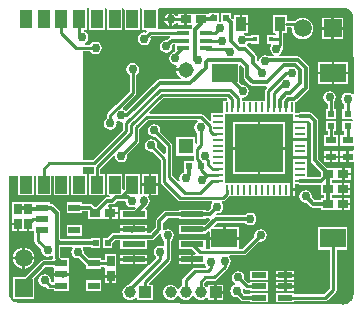
<source format=gtl>
G04*
G04 #@! TF.GenerationSoftware,Altium Limited,Altium Designer,18.0.9 (584)*
G04*
G04 Layer_Physical_Order=1*
G04 Layer_Color=255*
%FSLAX25Y25*%
%MOIN*%
G70*
G01*
G75*
%ADD14C,0.01000*%
%ADD16R,0.08622X0.06299*%
%ADD17R,0.01575X0.01575*%
%ADD18R,0.03543X0.02756*%
%ADD19R,0.03543X0.02362*%
%ADD20R,0.02362X0.01968*%
%ADD21R,0.04800X0.02000*%
%ADD22R,0.02756X0.03543*%
%ADD23R,0.04400X0.01400*%
%ADD24R,0.01968X0.02362*%
%ADD25R,0.03937X0.02362*%
%ADD26R,0.07800X0.02100*%
%ADD27R,0.03937X0.05906*%
%ADD28R,0.01102X0.03347*%
%ADD29R,0.03347X0.01102*%
%ADD30R,0.16142X0.16142*%
%ADD31R,0.03600X0.04800*%
%ADD56C,0.01200*%
%ADD57C,0.05150*%
%ADD58R,0.05150X0.05150*%
%ADD59R,0.03937X0.03937*%
%ADD60C,0.03937*%
%ADD61C,0.05906*%
%ADD62R,0.05906X0.05906*%
%ADD63R,0.05906X0.05906*%
%ADD64C,0.03000*%
G36*
X213013Y199339D02*
X213645Y199077D01*
X214213Y198697D01*
X214697Y198213D01*
X215077Y197645D01*
X215339Y197013D01*
X215472Y196342D01*
Y196067D01*
X215469Y196035D01*
X215471Y196024D01*
X215422Y195779D01*
X215422Y195722D01*
X215472Y195468D01*
X215488Y170705D01*
X215132Y170561D01*
X214988Y170531D01*
X214319Y170978D01*
X213500Y171141D01*
X212681Y170978D01*
X211986Y170514D01*
X211522Y169819D01*
X211359Y169000D01*
X211522Y168181D01*
X211986Y167486D01*
X212379Y167224D01*
Y165553D01*
X211719D01*
Y162384D01*
X215140D01*
X215358Y161916D01*
X214994Y161616D01*
X211719D01*
Y158447D01*
X212379D01*
Y157037D01*
X211128D01*
Y153475D01*
X215499D01*
X215500Y151879D01*
X215147Y151525D01*
X213900D01*
Y149744D01*
Y147963D01*
X215503D01*
X215531Y104122D01*
X215529Y104103D01*
X215488Y103951D01*
X215465Y103621D01*
X215354Y103052D01*
X215164Y102531D01*
X214896Y102047D01*
X214555Y101610D01*
X214150Y101231D01*
X213691Y100921D01*
X213189Y100686D01*
X212923Y100609D01*
X212770Y100529D01*
X212725Y100529D01*
X212605Y100506D01*
X212483Y100511D01*
X212416Y100501D01*
X212281Y100485D01*
X212145Y100475D01*
X212009Y100469D01*
X212007D01*
X211976Y100472D01*
X211964Y100470D01*
X211731Y100518D01*
X104571Y101028D01*
X104539Y101030D01*
X104526Y101029D01*
X104278Y101078D01*
X104276Y101078D01*
X104274Y101078D01*
X104218Y101078D01*
X103968Y101028D01*
X103658D01*
X102987Y101161D01*
X102355Y101423D01*
X101787Y101803D01*
X101303Y102287D01*
X100923Y102855D01*
X100661Y103487D01*
X100528Y104158D01*
Y104500D01*
Y143350D01*
X103762D01*
Y136888D01*
X108899D01*
Y143350D01*
X109668D01*
Y136888D01*
X114805D01*
Y143350D01*
X115573D01*
Y136888D01*
X120710D01*
Y143350D01*
X121479D01*
Y136888D01*
X126616D01*
Y143994D01*
X125505D01*
X125152Y144348D01*
X125156Y146378D01*
X128677D01*
X128831Y146190D01*
X128831Y146190D01*
Y143994D01*
X127384D01*
Y136888D01*
X132521D01*
Y143994D01*
X131074D01*
Y145725D01*
X135398Y150049D01*
X135892Y149836D01*
X136022Y149181D01*
X136486Y148486D01*
X137181Y148022D01*
X138000Y147859D01*
X138819Y148022D01*
X139514Y148486D01*
X139978Y149181D01*
X140141Y150000D01*
X140049Y150463D01*
X143793Y154207D01*
X143793Y154207D01*
X144036Y154571D01*
X144122Y155000D01*
X144122Y155000D01*
Y159035D01*
X146965Y161878D01*
X163380D01*
X163531Y161378D01*
X162986Y161014D01*
X162522Y160319D01*
X162359Y159500D01*
X162522Y158681D01*
X162986Y157986D01*
X163378Y157724D01*
Y154134D01*
X163175Y153978D01*
X162675Y154224D01*
Y156380D01*
X156325D01*
Y150030D01*
X162278D01*
Y148923D01*
X162278Y148923D01*
X162321Y148709D01*
X161962Y148294D01*
X161935Y148281D01*
X158979D01*
Y144719D01*
X158601Y144425D01*
X157986Y144014D01*
X157522Y143319D01*
X157359Y142500D01*
X157499Y141794D01*
X157097Y141503D01*
X157087Y141499D01*
X155122Y143465D01*
Y153500D01*
X155122Y153500D01*
X155036Y153929D01*
X154793Y154293D01*
X154793Y154293D01*
X151049Y158037D01*
X151141Y158500D01*
X150978Y159319D01*
X150514Y160014D01*
X149819Y160478D01*
X149000Y160641D01*
X148181Y160478D01*
X147486Y160014D01*
X147022Y159319D01*
X146859Y158500D01*
X147022Y157681D01*
X147486Y156986D01*
X148181Y156522D01*
X149000Y156359D01*
X149463Y156451D01*
X152878Y153035D01*
Y150861D01*
X152417Y150670D01*
X150049Y153037D01*
X150141Y153500D01*
X149978Y154319D01*
X149514Y155014D01*
X148819Y155478D01*
X148000Y155641D01*
X147181Y155478D01*
X146486Y155014D01*
X146022Y154319D01*
X145859Y153500D01*
X146022Y152681D01*
X146486Y151986D01*
X147181Y151522D01*
X148000Y151359D01*
X148463Y151451D01*
X151278Y148635D01*
Y141337D01*
X151278Y141337D01*
X151364Y140908D01*
X151607Y140544D01*
X156944Y135207D01*
X157308Y134964D01*
X157737Y134878D01*
X157737Y134878D01*
X168200D01*
X168395Y134378D01*
X168022Y133819D01*
X167859Y133000D01*
X167927Y132657D01*
X166993Y131723D01*
X166200D01*
Y132150D01*
X157200D01*
Y131723D01*
X153000D01*
X152532Y131630D01*
X152135Y131365D01*
X149865Y129095D01*
X149600Y128698D01*
X149506Y128230D01*
Y126167D01*
X147653Y124313D01*
X146800D01*
Y125100D01*
X137800D01*
Y124313D01*
X135590D01*
X135122Y124220D01*
X134725Y123955D01*
X133551Y122781D01*
X131916D01*
Y119219D01*
X135084D01*
Y120854D01*
X136097Y121867D01*
X137800D01*
Y118850D01*
X146800D01*
Y121867D01*
X148160D01*
X148628Y121960D01*
X149025Y122225D01*
X150985Y124185D01*
X151446Y123939D01*
X151359Y123500D01*
X151522Y122681D01*
X151986Y121986D01*
X152478Y121657D01*
Y120068D01*
X152038Y119832D01*
X151819Y119978D01*
X151000Y120141D01*
X150181Y119978D01*
X149486Y119514D01*
X149022Y118819D01*
X148859Y118000D01*
X149022Y117181D01*
X149486Y116486D01*
X149550Y116443D01*
X149599Y115945D01*
X147156Y113502D01*
X146800Y113853D01*
X146800Y114349D01*
Y115100D01*
X142700D01*
Y113850D01*
X146300D01*
X146797Y113850D01*
X147148Y113494D01*
X140706Y107052D01*
X140330Y107002D01*
X139705Y106744D01*
X139168Y106332D01*
X138756Y105795D01*
X138498Y105171D01*
X138409Y104500D01*
X138498Y103830D01*
X138756Y103205D01*
X139168Y102668D01*
X139705Y102256D01*
X140330Y101998D01*
X141000Y101909D01*
X141671Y101998D01*
X142295Y102256D01*
X142832Y102668D01*
X142931Y102798D01*
X143431Y102628D01*
Y101932D01*
X148568D01*
Y107069D01*
X147201D01*
X147155Y107569D01*
X154393Y114807D01*
X154393Y114807D01*
X154636Y115171D01*
X154722Y115600D01*
Y121791D01*
X155014Y121986D01*
X155478Y122681D01*
X155641Y123500D01*
X155478Y124319D01*
X155014Y125014D01*
X154319Y125478D01*
X153500Y125641D01*
X152681Y125478D01*
X152388Y125283D01*
X151938Y125584D01*
X151953Y125660D01*
Y127723D01*
X153507Y129277D01*
X157200D01*
Y128850D01*
X166200D01*
Y129277D01*
X167339D01*
X167554Y128857D01*
X167563Y128793D01*
X165920Y127150D01*
X157200D01*
Y123850D01*
X166200D01*
Y124316D01*
X166468Y124370D01*
X166865Y124635D01*
X167056Y124826D01*
X167518Y124635D01*
Y122900D01*
X172029D01*
Y126250D01*
X169133D01*
X168942Y126711D01*
X170007Y127777D01*
X179292D01*
X179486Y127486D01*
X180181Y127022D01*
X181000Y126859D01*
X181819Y127022D01*
X182514Y127486D01*
X182978Y128181D01*
X183141Y129000D01*
X182978Y129819D01*
X182514Y130514D01*
X181819Y130978D01*
X181000Y131141D01*
X180181Y130978D01*
X179486Y130514D01*
X179292Y130224D01*
X170006D01*
X169756Y130724D01*
X169876Y130883D01*
X170000Y130859D01*
X170819Y131022D01*
X171514Y131486D01*
X171978Y132181D01*
X172141Y133000D01*
X171978Y133819D01*
X171605Y134378D01*
X171800Y134878D01*
X172000D01*
X172000Y134878D01*
X172429Y134964D01*
X172793Y135207D01*
X173966Y136380D01*
X173966Y136380D01*
X174077Y136546D01*
X194427D01*
Y138819D01*
Y141092D01*
X172592D01*
Y142491D01*
Y144459D01*
Y146428D01*
Y148396D01*
Y150365D01*
Y152333D01*
Y154302D01*
Y156270D01*
Y158239D01*
Y160207D01*
Y162176D01*
Y163908D01*
X195408D01*
Y162176D01*
Y161758D01*
X197681D01*
X199954D01*
Y161779D01*
X200454Y161969D01*
X201276Y161147D01*
Y148500D01*
X201370Y148032D01*
X201635Y147635D01*
X204628Y144641D01*
Y143359D01*
X204166Y142897D01*
X199954D01*
Y146428D01*
Y149147D01*
X197681D01*
X195408D01*
Y148396D01*
Y146428D01*
Y144459D01*
Y142491D01*
Y141092D01*
X195227D01*
Y139219D01*
X195978D01*
Y140522D01*
X197317D01*
X197681Y140450D01*
X204569D01*
Y137022D01*
X205717D01*
Y135978D01*
X204569D01*
Y135223D01*
X202507D01*
X201573Y136157D01*
X201641Y136500D01*
X201478Y137319D01*
X201014Y138014D01*
X200319Y138478D01*
X199500Y138641D01*
X198681Y138478D01*
X197986Y138014D01*
X197522Y137319D01*
X197359Y136500D01*
X197522Y135681D01*
X197986Y134986D01*
X198681Y134522D01*
X199500Y134359D01*
X199843Y134427D01*
X201135Y133135D01*
X201532Y132870D01*
X202000Y132776D01*
X204569D01*
Y132022D01*
X209187D01*
X209313Y132022D01*
X209687D01*
X209813Y132022D01*
X211659D01*
Y134000D01*
Y135978D01*
X209813D01*
X209687Y135978D01*
X209313D01*
X209187Y135978D01*
X208165D01*
Y137022D01*
X209187D01*
X209313Y137022D01*
X209687D01*
X209813Y137022D01*
X211659D01*
Y139000D01*
Y140978D01*
X209813D01*
X209687Y140978D01*
X209313D01*
X209187Y140978D01*
X208224D01*
Y142022D01*
X209246D01*
X209372Y142022D01*
X209747D01*
X209872Y142022D01*
X211718D01*
Y144000D01*
Y145978D01*
X209872D01*
X209747Y145978D01*
X209372D01*
X209246Y145978D01*
X206752D01*
X203724Y149007D01*
Y161654D01*
X203630Y162122D01*
X203365Y162519D01*
X201692Y164192D01*
X201295Y164457D01*
X200827Y164550D01*
X197681D01*
X197317Y164478D01*
X195978D01*
Y167880D01*
X196200Y167924D01*
X196597Y168189D01*
X200365Y171958D01*
X200630Y172355D01*
X200724Y172823D01*
Y179364D01*
X200630Y179832D01*
X200365Y180229D01*
X197729Y182865D01*
X197332Y183130D01*
X196864Y183223D01*
X190677D01*
X190619Y183722D01*
X191314Y184186D01*
X191778Y184881D01*
X191941Y185700D01*
X191841Y186204D01*
X191986Y186421D01*
X192072Y186850D01*
X192072Y186850D01*
Y189430D01*
X192072Y189430D01*
X192072Y189430D01*
Y191000D01*
X193350D01*
Y192878D01*
X194587D01*
X194917Y192502D01*
X194917Y192500D01*
X195039Y191573D01*
X195397Y190708D01*
X195966Y189966D01*
X196708Y189397D01*
X197573Y189039D01*
X198500Y188917D01*
X199427Y189039D01*
X200292Y189397D01*
X201034Y189966D01*
X201603Y190708D01*
X201961Y191573D01*
X202083Y192500D01*
X201961Y193427D01*
X201603Y194292D01*
X201034Y195034D01*
X200292Y195603D01*
X199427Y195961D01*
X198500Y196083D01*
X197573Y195961D01*
X196708Y195603D01*
X196080Y195122D01*
X193350D01*
Y197000D01*
X188550D01*
Y191000D01*
X189439D01*
X189793Y190646D01*
X189792Y190500D01*
X189453Y190227D01*
X186679D01*
Y187453D01*
X187844D01*
X188111Y186953D01*
X187822Y186519D01*
X187659Y185700D01*
X187822Y184881D01*
X188286Y184186D01*
X188981Y183722D01*
X188923Y183223D01*
X187200D01*
X186819Y183478D01*
X186000Y183641D01*
X185181Y183478D01*
X184486Y183014D01*
X184022Y182319D01*
X183919Y181802D01*
X183400Y181570D01*
X183174Y181735D01*
Y183095D01*
X183081Y183563D01*
X182816Y183960D01*
X180211Y186565D01*
X180057Y186668D01*
X179826Y186882D01*
X179930Y187309D01*
X180178Y187681D01*
X180186Y187718D01*
X181167D01*
Y187453D01*
X183941D01*
Y190227D01*
X181167D01*
Y189962D01*
X179749D01*
X179714Y190014D01*
X179019Y190478D01*
X178910Y190500D01*
X178959Y191000D01*
X180450D01*
Y193600D01*
X178050D01*
Y194000D01*
X177650D01*
Y197000D01*
X175650D01*
Y195787D01*
X175150Y195580D01*
X174584Y196146D01*
Y197781D01*
X171416D01*
Y195009D01*
X171050Y194709D01*
X170647Y194957D01*
Y197781D01*
X167479D01*
Y197505D01*
X166990Y197478D01*
Y197478D01*
X162372D01*
X162247Y197478D01*
X161872D01*
X161747Y197478D01*
X159900D01*
Y195500D01*
Y193522D01*
X161588D01*
X161771Y193181D01*
X161808Y193022D01*
X161650Y192785D01*
X161570Y192665D01*
Y192665D01*
X161570Y192665D01*
X161515Y192390D01*
X155950D01*
Y192212D01*
X150238D01*
Y199112D01*
X150575Y199472D01*
X211433D01*
X211465Y199469D01*
X211476Y199471D01*
X211722Y199422D01*
X211778D01*
X212032Y199472D01*
X212342D01*
X213013Y199339D01*
D02*
G37*
G36*
X127332Y199168D02*
X127384Y199112D01*
X127384Y198972D01*
Y192006D01*
X132521D01*
Y198972D01*
X132521Y199112D01*
X132574Y199168D01*
X132871D01*
X133290Y198689D01*
Y192006D01*
X138427D01*
Y198972D01*
X138427Y199112D01*
X138479Y199168D01*
X138776D01*
X139195Y198689D01*
Y192006D01*
X144332D01*
Y198972D01*
X144332Y199112D01*
X144385Y199168D01*
X144624D01*
X145101Y198689D01*
Y192006D01*
X146383D01*
X146590Y191506D01*
X146193Y191109D01*
X145730Y191201D01*
X144911Y191038D01*
X144216Y190574D01*
X143752Y189879D01*
X143589Y189060D01*
X143752Y188241D01*
X144216Y187546D01*
X144911Y187082D01*
X145730Y186919D01*
X146549Y187082D01*
X147244Y187546D01*
X147708Y188241D01*
X147871Y189060D01*
X147779Y189523D01*
X148225Y189969D01*
X154256D01*
X154272Y189928D01*
X154339Y189469D01*
X154035Y189265D01*
X153343Y188573D01*
X153000Y188641D01*
X152181Y188478D01*
X151486Y188014D01*
X151022Y187319D01*
X150859Y186500D01*
X151022Y185681D01*
X151486Y184986D01*
X152181Y184522D01*
X153000Y184359D01*
X153819Y184522D01*
X154514Y184986D01*
X154978Y185681D01*
X155141Y186500D01*
X155073Y186843D01*
X155407Y187177D01*
X155950D01*
Y184820D01*
X155769Y184639D01*
X155311Y184548D01*
X154616Y184084D01*
X154152Y183389D01*
X153989Y182570D01*
X154152Y181751D01*
X154616Y181056D01*
X155311Y180592D01*
X156130Y180429D01*
X156205Y180444D01*
X156565Y180006D01*
X156407Y179624D01*
X156351Y179195D01*
X159500D01*
Y178395D01*
X156351D01*
X156407Y177966D01*
X156727Y177194D01*
X157236Y176531D01*
X157876Y176039D01*
X157880Y175988D01*
X157697Y175539D01*
X150886D01*
X150418Y175446D01*
X150021Y175181D01*
X139824Y164983D01*
X139514Y165014D01*
X138819Y165478D01*
X138643Y165513D01*
X138498Y165992D01*
X142743Y170237D01*
X142743Y170237D01*
X142986Y170601D01*
X143072Y171030D01*
Y177084D01*
X143464Y177346D01*
X143928Y178041D01*
X144091Y178860D01*
X143928Y179679D01*
X143464Y180374D01*
X142769Y180838D01*
X141950Y181001D01*
X141131Y180838D01*
X140436Y180374D01*
X139972Y179679D01*
X139809Y178860D01*
X139972Y178041D01*
X140436Y177346D01*
X140828Y177084D01*
Y171495D01*
X136422Y167088D01*
X136130Y166893D01*
X136130Y166893D01*
X133627Y164390D01*
X133384Y164026D01*
X133298Y163597D01*
X133299Y163597D01*
Y162616D01*
X132906Y162354D01*
X132442Y161659D01*
X132279Y160840D01*
X132442Y160021D01*
X132906Y159326D01*
X133601Y158862D01*
X134420Y158699D01*
X135239Y158862D01*
X135934Y159326D01*
X136398Y160021D01*
X136561Y160840D01*
X136448Y161410D01*
X136898Y161711D01*
X137181Y161522D01*
X138000Y161359D01*
X138321Y161423D01*
X138711Y160991D01*
X138678Y160825D01*
X138678Y160825D01*
Y158765D01*
X128535Y148622D01*
X125515D01*
X125162Y148976D01*
X125238Y184878D01*
X127724D01*
X127986Y184486D01*
X128681Y184022D01*
X129500Y183859D01*
X130319Y184022D01*
X131014Y184486D01*
X131478Y185181D01*
X131641Y186000D01*
X131478Y186819D01*
X131014Y187514D01*
X130319Y187978D01*
X129500Y188141D01*
X128681Y187978D01*
X127986Y187514D01*
X127724Y187122D01*
X126120D01*
X125969Y187622D01*
X126514Y187986D01*
X126978Y188681D01*
X127141Y189500D01*
X126978Y190319D01*
X126514Y191014D01*
X125819Y191478D01*
X125678Y191506D01*
X125727Y192006D01*
X126616D01*
Y199112D01*
X126668Y199168D01*
X127332D01*
D02*
G37*
G36*
X178927Y179343D02*
Y176350D01*
X179020Y175881D01*
X179285Y175484D01*
X181135Y173635D01*
X181532Y173370D01*
X182000Y173276D01*
X186306D01*
X186523Y172786D01*
X186160Y172423D01*
X185917Y172059D01*
X185831Y171630D01*
X185831Y171630D01*
Y168454D01*
X178405D01*
X178262Y168954D01*
X178469Y169307D01*
X178704Y169399D01*
X179319Y169522D01*
X180014Y169986D01*
X180478Y170681D01*
X180641Y171500D01*
X180478Y172319D01*
X180014Y173014D01*
X179319Y173478D01*
X178500Y173641D01*
X178154Y173572D01*
X177471Y174255D01*
Y180092D01*
X177971Y180299D01*
X178927Y179343D01*
D02*
G37*
G36*
X173479Y168908D02*
X173283Y168454D01*
X172022D01*
Y164478D01*
X168046D01*
Y161871D01*
X167584Y161679D01*
X165470Y163793D01*
X165106Y164036D01*
X164677Y164122D01*
X164677Y164122D01*
X147598D01*
X147407Y164584D01*
X152052Y169229D01*
X173217D01*
X173479Y168908D01*
D02*
G37*
%LPC*%
G36*
X154090Y197562D02*
X153671Y197478D01*
X152976Y197014D01*
X152512Y196319D01*
X152428Y195900D01*
X154090D01*
Y197562D01*
D02*
G37*
G36*
X180450Y197000D02*
X178450D01*
Y194400D01*
X180450D01*
Y197000D01*
D02*
G37*
G36*
X154890Y197562D02*
Y195500D01*
Y193438D01*
X155309Y193522D01*
X156004Y193986D01*
X156266Y194378D01*
X157128D01*
Y193522D01*
X159100D01*
Y195500D01*
Y197478D01*
X157128D01*
Y196622D01*
X156266D01*
X156004Y197014D01*
X155309Y197478D01*
X154890Y197562D01*
D02*
G37*
G36*
X154090Y195100D02*
X152428D01*
X152512Y194681D01*
X152976Y193986D01*
X153671Y193522D01*
X154090Y193438D01*
Y195100D01*
D02*
G37*
G36*
X212053Y196053D02*
X208900D01*
Y192900D01*
X212053D01*
Y196053D01*
D02*
G37*
G36*
X208100D02*
X204947D01*
Y192900D01*
X208100D01*
Y196053D01*
D02*
G37*
G36*
X212053Y192100D02*
X208900D01*
Y188947D01*
X212053D01*
Y192100D01*
D02*
G37*
G36*
X208100D02*
X204947D01*
Y188947D01*
X208100D01*
Y192100D01*
D02*
G37*
G36*
X213613Y181330D02*
X209102D01*
Y177980D01*
X213613D01*
Y181330D01*
D02*
G37*
G36*
X208302D02*
X203791D01*
Y177980D01*
X208302D01*
Y181330D01*
D02*
G37*
G36*
X213613Y177180D02*
X209102D01*
Y173830D01*
X213613D01*
Y177180D01*
D02*
G37*
G36*
X208302D02*
X203791D01*
Y173830D01*
X208302D01*
Y177180D01*
D02*
G37*
G36*
X207500Y171641D02*
X206681Y171478D01*
X205986Y171014D01*
X205522Y170319D01*
X205359Y169500D01*
X205522Y168681D01*
X205986Y167986D01*
X206681Y167522D01*
X206878Y167482D01*
Y165553D01*
X206219D01*
Y162384D01*
X209781D01*
Y165553D01*
X209121D01*
Y168147D01*
X209478Y168681D01*
X209641Y169500D01*
X209478Y170319D01*
X209014Y171014D01*
X208319Y171478D01*
X207500Y171641D01*
D02*
G37*
G36*
X199954Y160958D02*
X197681D01*
X195408D01*
Y160207D01*
Y158239D01*
Y156270D01*
Y155853D01*
X197681D01*
X199954D01*
Y158239D01*
Y160958D01*
D02*
G37*
G36*
X209781Y161616D02*
X206219D01*
Y158447D01*
X206878D01*
Y157037D01*
X205628D01*
Y153475D01*
X210372D01*
Y157037D01*
X209121D01*
Y158447D01*
X209781D01*
Y161616D01*
D02*
G37*
G36*
X192671Y161171D02*
X184400D01*
Y152900D01*
X192671D01*
Y161171D01*
D02*
G37*
G36*
X183600D02*
X175329D01*
Y152900D01*
X183600D01*
Y161171D01*
D02*
G37*
G36*
X210372Y151525D02*
X208400D01*
Y150144D01*
X210372D01*
Y151525D01*
D02*
G37*
G36*
X213100D02*
X211128D01*
Y150144D01*
X213100D01*
Y151525D01*
D02*
G37*
G36*
X207600D02*
X205628D01*
Y150144D01*
X207600D01*
Y151525D01*
D02*
G37*
G36*
X199954Y155053D02*
X197681D01*
X195408D01*
Y154302D01*
Y152333D01*
Y150365D01*
Y149947D01*
X197681D01*
X199954D01*
Y150365D01*
Y154302D01*
Y155053D01*
D02*
G37*
G36*
X213100Y149344D02*
X211128D01*
Y147963D01*
X213100D01*
Y149344D01*
D02*
G37*
G36*
X210372D02*
X208400D01*
Y147963D01*
X210372D01*
Y149344D01*
D02*
G37*
G36*
X207600D02*
X205628D01*
Y147963D01*
X207600D01*
Y149344D01*
D02*
G37*
G36*
X212518Y145978D02*
Y144400D01*
X214490D01*
Y145978D01*
X212518D01*
D02*
G37*
G36*
X192671Y152100D02*
X184400D01*
Y143829D01*
X192671D01*
Y152100D01*
D02*
G37*
G36*
X183600D02*
X175329D01*
Y143829D01*
X183600D01*
Y152100D01*
D02*
G37*
G36*
X214490Y143600D02*
X212518D01*
Y142022D01*
X214490D01*
Y143600D01*
D02*
G37*
G36*
X150238Y143994D02*
X148069D01*
Y140841D01*
X150238D01*
Y143994D01*
D02*
G37*
G36*
X147269D02*
X145101D01*
Y140841D01*
X147269D01*
Y143994D01*
D02*
G37*
G36*
X212459Y140978D02*
Y139400D01*
X214431D01*
Y140978D01*
X212459D01*
D02*
G37*
G36*
X144332Y143994D02*
X139195D01*
Y138930D01*
X138888Y138681D01*
X138427Y138881D01*
Y143994D01*
X133290D01*
Y136888D01*
X134061D01*
X134328Y136388D01*
X134261Y136288D01*
X133384D01*
X132915Y136195D01*
X132518Y135930D01*
X129592Y133003D01*
X129090Y133003D01*
X128488Y133605D01*
X128091Y133871D01*
X127623Y133964D01*
X124982D01*
Y134521D01*
X119845D01*
Y130959D01*
X124982D01*
Y131517D01*
X126969D01*
Y129044D01*
X131587D01*
X131713Y129044D01*
Y129044D01*
X132087D01*
Y129044D01*
X134059D01*
Y131022D01*
Y133000D01*
X133702D01*
X133511Y133462D01*
X133890Y133841D01*
X135114D01*
X135582Y133934D01*
X135979Y134200D01*
X136844Y135065D01*
X139306D01*
X139359Y135000D01*
X139522Y134181D01*
X139986Y133486D01*
X140681Y133022D01*
X141500Y132859D01*
X142319Y133022D01*
X142515Y133153D01*
X142834Y132764D01*
X142220Y132150D01*
X137800D01*
Y128850D01*
X146800D01*
Y132150D01*
X146334D01*
X146142Y132612D01*
X146365Y132835D01*
X146628Y133228D01*
X147014Y133486D01*
X147478Y134181D01*
X147641Y135000D01*
X147478Y135819D01*
X147098Y136388D01*
X147269Y136845D01*
Y140041D01*
X145101D01*
Y137419D01*
X144792Y137249D01*
X144332Y137548D01*
Y143994D01*
D02*
G37*
G36*
X214431Y138600D02*
X212459D01*
Y137022D01*
X214431D01*
Y138600D01*
D02*
G37*
G36*
X150238Y140041D02*
X148069D01*
Y136888D01*
X150238D01*
Y140041D01*
D02*
G37*
G36*
X195978Y138419D02*
X195227D01*
Y136546D01*
X195978D01*
Y138419D01*
D02*
G37*
G36*
X212459Y135978D02*
Y134400D01*
X214431D01*
Y135978D01*
X212459D01*
D02*
G37*
G36*
X214431Y133600D02*
X212459D01*
Y132022D01*
X214431D01*
Y133600D01*
D02*
G37*
G36*
X136831Y133000D02*
X134859D01*
Y131422D01*
X136831D01*
Y133000D01*
D02*
G37*
G36*
Y130622D02*
X134859D01*
Y129044D01*
X136831D01*
Y130622D01*
D02*
G37*
G36*
X146800Y127150D02*
X142700D01*
Y125900D01*
X146800D01*
Y127150D01*
D02*
G37*
G36*
X141900D02*
X137800D01*
Y125900D01*
X141900D01*
Y127150D01*
D02*
G37*
G36*
X103270Y126861D02*
X101692D01*
Y124889D01*
X103270D01*
Y126861D01*
D02*
G37*
G36*
X124982Y127041D02*
X119845D01*
Y123479D01*
X124982D01*
Y127041D01*
D02*
G37*
G36*
X177340Y126250D02*
X172829D01*
Y122900D01*
X177340D01*
Y126250D01*
D02*
G37*
G36*
X109008Y134802D02*
X105052D01*
Y134751D01*
X101692D01*
Y130007D01*
X101692Y130007D01*
Y129633D01*
X101692D01*
X101692Y129507D01*
Y127661D01*
X103670D01*
Y127261D01*
X104070D01*
Y124889D01*
X105648D01*
Y124940D01*
X106630D01*
Y127312D01*
X107430D01*
Y124940D01*
X109008D01*
X109018Y124444D01*
Y123479D01*
X109138D01*
Y121740D01*
X109138Y121740D01*
X109224Y121311D01*
X109467Y120947D01*
X111451Y118963D01*
X111359Y118500D01*
X111522Y117681D01*
X111986Y116986D01*
X112681Y116522D01*
X113500Y116359D01*
X114319Y116522D01*
X114777Y116827D01*
X115277Y116560D01*
Y115827D01*
X114979Y115464D01*
X112350D01*
X111882Y115371D01*
X111485Y115105D01*
X105932Y109553D01*
X101947D01*
Y102447D01*
X109053D01*
Y109212D01*
X112857Y113017D01*
X115164D01*
X115518Y112663D01*
Y112459D01*
X115518Y111959D01*
Y110900D01*
X118087D01*
X120655D01*
Y111959D01*
X120655Y112281D01*
X120655Y112781D01*
Y116021D01*
X118036D01*
X117724Y116334D01*
Y119776D01*
X121560D01*
X121827Y119276D01*
X121522Y118819D01*
X121359Y118000D01*
X121522Y117181D01*
X121986Y116486D01*
X122681Y116022D01*
X123500Y115859D01*
X123963Y115951D01*
X126345Y113569D01*
Y112459D01*
X131482D01*
Y113119D01*
X132168D01*
X132522Y112765D01*
X132522Y112253D01*
X132522Y112128D01*
Y110282D01*
X134500D01*
X136478D01*
Y112128D01*
X136478Y112253D01*
Y112628D01*
X136478Y112753D01*
Y117372D01*
X132522D01*
Y115362D01*
X131482D01*
Y116021D01*
X127065D01*
X125549Y117537D01*
X125641Y118000D01*
X125478Y118819D01*
X125173Y119276D01*
X125440Y119776D01*
X127979D01*
Y119219D01*
X131147D01*
Y122781D01*
X127979D01*
Y122223D01*
X118007D01*
X117724Y122507D01*
Y131000D01*
X117630Y131468D01*
X117365Y131865D01*
X115625Y133605D01*
X115228Y133871D01*
X114760Y133964D01*
X114155D01*
Y134521D01*
X109018D01*
X109008Y134802D01*
D02*
G37*
G36*
X184500Y125641D02*
X183681Y125478D01*
X182986Y125014D01*
X182522Y124319D01*
X182359Y123500D01*
X182451Y123037D01*
X178535Y119122D01*
X177340D01*
Y122100D01*
X172429D01*
X167518D01*
Y119122D01*
X166200D01*
Y122150D01*
X157200D01*
Y118850D01*
X161764D01*
X162964Y117650D01*
X162757Y117150D01*
X162100D01*
Y115500D01*
Y113850D01*
X165988D01*
X166022Y113681D01*
X166395Y113122D01*
X166222Y112677D01*
X166174Y112622D01*
X162500D01*
X162500Y112622D01*
X162071Y112536D01*
X161707Y112293D01*
X158707Y109293D01*
X158464Y108929D01*
X158378Y108500D01*
X158378Y108500D01*
Y106816D01*
X158205Y106744D01*
X157668Y106332D01*
X157275Y105819D01*
X157005Y105780D01*
X156995D01*
X156725Y105819D01*
X156332Y106332D01*
X155795Y106744D01*
X155171Y107002D01*
X154500Y107091D01*
X153830Y107002D01*
X153205Y106744D01*
X152668Y106332D01*
X152256Y105795D01*
X151998Y105171D01*
X151909Y104500D01*
X151998Y103830D01*
X152256Y103205D01*
X152668Y102668D01*
X153205Y102256D01*
X153830Y101998D01*
X154500Y101909D01*
X155171Y101998D01*
X155795Y102256D01*
X156332Y102668D01*
X156725Y103181D01*
X156995Y103220D01*
X157005D01*
X157275Y103181D01*
X157668Y102668D01*
X158205Y102256D01*
X158829Y101998D01*
X159500Y101909D01*
X160170Y101998D01*
X160795Y102256D01*
X161332Y102668D01*
X161725Y103181D01*
X161995Y103220D01*
X162005D01*
X162275Y103181D01*
X162668Y102668D01*
X163205Y102256D01*
X163830Y101998D01*
X164500Y101909D01*
X165171Y101998D01*
X165795Y102256D01*
X166332Y102668D01*
X166431Y102798D01*
X166931Y102628D01*
Y101932D01*
X169100D01*
Y104500D01*
Y107069D01*
X166931D01*
Y106372D01*
X166431Y106202D01*
X166332Y106332D01*
X165795Y106744D01*
X165622Y106816D01*
Y107535D01*
X166465Y108378D01*
X169000D01*
X169000Y108378D01*
X169429Y108464D01*
X169793Y108707D01*
X173293Y112207D01*
X173293Y112207D01*
X173536Y112571D01*
X173622Y113000D01*
X173622Y113000D01*
Y113114D01*
X174014Y113376D01*
X174478Y114071D01*
X174641Y114890D01*
X174478Y115709D01*
X174031Y116378D01*
X174061Y116521D01*
X174204Y116878D01*
X179000D01*
X179000Y116878D01*
X179429Y116964D01*
X179793Y117207D01*
X184037Y121451D01*
X184500Y121359D01*
X185319Y121522D01*
X186014Y121986D01*
X186478Y122681D01*
X186641Y123500D01*
X186478Y124319D01*
X186014Y125014D01*
X185319Y125478D01*
X184500Y125641D01*
D02*
G37*
G36*
X105900Y119531D02*
Y116400D01*
X109031D01*
X108961Y116927D01*
X108603Y117792D01*
X108034Y118534D01*
X107292Y119103D01*
X106427Y119461D01*
X105900Y119531D01*
D02*
G37*
G36*
X105100D02*
X104573Y119461D01*
X103708Y119103D01*
X102966Y118534D01*
X102397Y117792D01*
X102039Y116927D01*
X101969Y116400D01*
X105100D01*
Y119531D01*
D02*
G37*
G36*
X161300Y117150D02*
X157200D01*
Y115900D01*
X161300D01*
Y117150D01*
D02*
G37*
G36*
X146800D02*
X142700D01*
Y115900D01*
X146800D01*
Y117150D01*
D02*
G37*
G36*
X141900D02*
X137800D01*
Y115900D01*
X141900D01*
Y117150D01*
D02*
G37*
G36*
X161300Y115100D02*
X157200D01*
Y113850D01*
X161300D01*
Y115100D01*
D02*
G37*
G36*
X141900D02*
X137800D01*
Y113850D01*
X141900D01*
Y115100D01*
D02*
G37*
G36*
X109031Y115600D02*
X105900D01*
Y112469D01*
X106427Y112539D01*
X107292Y112897D01*
X108034Y113466D01*
X108603Y114208D01*
X108961Y115073D01*
X109031Y115600D01*
D02*
G37*
G36*
X105100D02*
X101969D01*
X102039Y115073D01*
X102397Y114208D01*
X102966Y113466D01*
X103708Y112897D01*
X104573Y112539D01*
X105100Y112469D01*
Y115600D01*
D02*
G37*
G36*
X195800Y111800D02*
X193200D01*
Y110600D01*
X195800D01*
Y111800D01*
D02*
G37*
G36*
X192400D02*
X189800D01*
Y110600D01*
X192400D01*
Y111800D01*
D02*
G37*
G36*
X195800Y109800D02*
X193200D01*
Y108600D01*
X195800D01*
Y109800D01*
D02*
G37*
G36*
X192400D02*
X189800D01*
Y108600D01*
X192400D01*
Y109800D01*
D02*
G37*
G36*
X187000Y111800D02*
X181000D01*
Y108600D01*
X187000D01*
Y111800D01*
D02*
G37*
G36*
X136478Y109482D02*
X134900D01*
Y107510D01*
X136478D01*
Y109482D01*
D02*
G37*
G36*
X134100D02*
X132522D01*
Y107510D01*
X134100D01*
Y109482D01*
D02*
G37*
G36*
X195800Y108100D02*
X193200D01*
Y106900D01*
X195800D01*
Y108100D01*
D02*
G37*
G36*
X192400D02*
X189800D01*
Y106900D01*
X192400D01*
Y108100D01*
D02*
G37*
G36*
X131482Y108541D02*
X126345D01*
Y104979D01*
X131482D01*
Y108541D01*
D02*
G37*
G36*
X112500Y110641D02*
X111681Y110478D01*
X110986Y110014D01*
X110522Y109319D01*
X110359Y108500D01*
X110522Y107681D01*
X110986Y106986D01*
X111681Y106522D01*
X112500Y106359D01*
X112963Y106451D01*
X113447Y105967D01*
X113447Y105967D01*
X113811Y105724D01*
X114240Y105638D01*
X115518D01*
Y104979D01*
X120655D01*
Y108219D01*
X120655Y108541D01*
X120655Y109041D01*
Y110100D01*
X118087D01*
X115518D01*
Y109041D01*
X115518Y108719D01*
X115518Y108235D01*
X115408Y108124D01*
X114775Y108148D01*
X114610Y108342D01*
X114641Y108500D01*
X114478Y109319D01*
X114014Y110014D01*
X113319Y110478D01*
X112500Y110641D01*
D02*
G37*
G36*
X172069Y107069D02*
X169900D01*
Y104900D01*
X172069D01*
Y107069D01*
D02*
G37*
G36*
X195800Y106100D02*
X193200D01*
Y104900D01*
X195800D01*
Y106100D01*
D02*
G37*
G36*
X192400D02*
X189800D01*
Y104900D01*
X192400D01*
Y106100D01*
D02*
G37*
G36*
X177000Y111641D02*
X176181Y111478D01*
X175486Y111014D01*
X175022Y110319D01*
X174859Y109500D01*
X175022Y108681D01*
X175486Y107986D01*
X176105Y107572D01*
X176110Y107264D01*
X176052Y107052D01*
X175681Y106978D01*
X174986Y106514D01*
X174522Y105819D01*
X174359Y105000D01*
X174522Y104181D01*
X174986Y103486D01*
X175681Y103022D01*
X176500Y102859D01*
X176843Y102927D01*
X177835Y101935D01*
X178232Y101670D01*
X178700Y101576D01*
X181000D01*
Y101200D01*
X187000D01*
Y104400D01*
X181000D01*
Y104024D01*
X179207D01*
X178573Y104657D01*
X178641Y105000D01*
X178501Y105706D01*
X178903Y105997D01*
X178913Y106001D01*
X179207Y105707D01*
X179571Y105464D01*
X180000Y105378D01*
X180000Y105378D01*
X181000D01*
Y104900D01*
X187000D01*
Y108100D01*
X181000D01*
Y107622D01*
X180465D01*
X179049Y109037D01*
X179141Y109500D01*
X178978Y110319D01*
X178514Y111014D01*
X177819Y111478D01*
X177000Y111641D01*
D02*
G37*
G36*
X213482Y126250D02*
X203660D01*
Y118750D01*
X207608D01*
Y105955D01*
X205575Y103922D01*
X195800D01*
Y104400D01*
X189800D01*
Y101200D01*
X195800D01*
Y101678D01*
X206040D01*
X206040Y101678D01*
X206469Y101764D01*
X206833Y102007D01*
X209523Y104697D01*
X209523Y104697D01*
X209766Y105061D01*
X209852Y105490D01*
Y118750D01*
X213482D01*
Y126250D01*
D02*
G37*
G36*
X172069Y104100D02*
X169900D01*
Y101932D01*
X172069D01*
Y104100D01*
D02*
G37*
%LPD*%
D14*
X134420Y160840D02*
Y163597D01*
X136923Y166100D01*
X137020D02*
X141950Y171030D01*
X136923Y166100D02*
X137020D01*
X141950Y171030D02*
Y178860D01*
X154490Y195500D02*
X159500D01*
X147760Y191090D02*
X158750D01*
X145730Y189060D02*
X147760Y191090D01*
X169450D02*
X170930Y192570D01*
X166350Y191090D02*
X169450D01*
X150925Y171950D02*
X174373D01*
X151588Y170350D02*
X173710D01*
X173780Y184630D02*
X174420D01*
X178200Y188500D02*
X178540Y188840D01*
X171510Y188490D02*
X171600Y188400D01*
X153200Y123500D02*
X153600Y123100D01*
X107030Y127312D02*
X108718Y129000D01*
X111587D01*
X192000Y174000D02*
X193000D01*
X186953Y171630D02*
X192823Y177500D01*
X195000D01*
X166350Y188490D02*
X171510D01*
X166530Y188440D02*
X166570Y188400D01*
X110260Y121740D02*
Y125260D01*
X192950Y194000D02*
X199000D01*
X142300Y116000D02*
X145000D01*
X141300Y125000D02*
X142300Y126000D01*
X207000Y194000D02*
X209000D01*
X172610Y185800D02*
X173780Y184630D01*
X166440Y185800D02*
X172610D01*
X139800Y160825D02*
X150925Y171950D01*
X141400Y160163D02*
X151588Y170350D01*
X146500Y163000D02*
X164677D01*
X143000Y159500D02*
X146500Y163000D01*
X141400Y157637D02*
Y160163D01*
X143000Y155000D02*
Y159500D01*
X129953Y146190D02*
X141400Y157637D01*
X151000Y115760D02*
Y118000D01*
X141000Y105760D02*
X151000Y115760D01*
X141000Y104500D02*
Y105760D01*
X164677Y163000D02*
X167546Y160131D01*
X154000Y143000D02*
Y153500D01*
X152400Y141337D02*
Y149100D01*
X148000Y153500D02*
X152400Y149100D01*
X154000Y143000D02*
X159400Y137600D01*
X152400Y141337D02*
X157737Y136000D01*
X127260Y114240D02*
X128913D01*
X123500Y118000D02*
X127260Y114240D01*
X159400Y137600D02*
X164277D01*
X190950Y186850D02*
Y189430D01*
X189800Y185700D02*
X190950Y186850D01*
X174373Y171950D02*
X177110Y169213D01*
X173710Y170350D02*
X175142Y168919D01*
X149000Y158500D02*
X154000Y153500D01*
X167546Y158383D02*
X168523Y157405D01*
X167546Y158383D02*
Y160131D01*
X166350Y185890D02*
X166440Y185800D01*
X190950Y189430D02*
Y194000D01*
X190360Y188840D02*
X190950Y189430D01*
X188066Y188840D02*
X190360D01*
X178500Y171500D02*
Y171640D01*
X177110Y166181D02*
Y169213D01*
X175142Y166181D02*
Y168919D01*
X186953Y166181D02*
Y171630D01*
X188921Y170921D02*
X192000Y174000D01*
X188921Y166181D02*
Y170921D01*
X138000Y150000D02*
X143000Y155000D01*
X153600Y115600D02*
Y123100D01*
X165000Y142000D02*
X166642Y143642D01*
X168350Y141673D02*
X170319D01*
X164277Y137600D02*
X168350Y141673D01*
X172560Y177580D02*
X178500Y171640D01*
X178540Y188840D02*
X182554D01*
X190950Y194000D02*
Y194500D01*
X208571Y122500D02*
X208730Y122341D01*
Y105490D02*
Y122341D01*
X206040Y102800D02*
X208730Y105490D01*
X192800Y102800D02*
X206040D01*
X172500Y113000D02*
Y114890D01*
X146000Y108000D02*
X153600Y115600D01*
X168523Y157405D02*
X169500D01*
X163400Y152400D02*
X164500Y153500D01*
X163400Y148923D02*
Y152400D01*
X164500Y146500D02*
Y147823D01*
X163400Y148923D02*
X164500Y147823D01*
X124047Y190453D02*
X125000Y189500D01*
X118142Y190858D02*
X123000Y186000D01*
X180000Y106500D02*
X184000D01*
X177000Y109500D02*
X180000Y106500D01*
X179000Y118000D02*
X184500Y123500D01*
X213500Y155256D02*
Y160032D01*
X208000Y155256D02*
Y160032D01*
X157737Y136000D02*
X172000D01*
X166000Y149500D02*
Y150000D01*
X168508Y145610D02*
X170319D01*
X167110Y147008D02*
X168508Y145610D01*
X164500Y153500D02*
Y159500D01*
X153200Y123500D02*
X153500D01*
X166000Y149500D02*
X167110Y148390D01*
X164500Y145469D02*
X166327Y143642D01*
X164500Y145469D02*
Y146500D01*
X146000Y104500D02*
Y108000D01*
X133740Y114240D02*
X134500Y115000D01*
X128913Y114240D02*
X133740D01*
X172000Y136000D02*
X173173Y137173D01*
X129000Y147500D02*
X139800Y158300D01*
Y160825D01*
X110260Y121740D02*
X113500Y118500D01*
X110260Y125260D02*
X111587D01*
X112500Y108500D02*
X114240Y106760D01*
X123000Y186000D02*
X129500D01*
X208000Y163969D02*
Y169000D01*
X207500Y169500D02*
X208000Y169000D01*
X147669Y140441D02*
X148100Y140010D01*
X213500Y163969D02*
Y169000D01*
X212059Y143941D02*
X212118Y144000D01*
X164200Y118000D02*
X179000D01*
X161700Y120500D02*
X164200Y118000D01*
X167110Y147008D02*
Y148390D01*
X166327Y143642D02*
X166642D01*
X170319D01*
X162500Y111500D02*
X167000D01*
X159500Y108500D02*
X162500Y111500D01*
X168000Y112500D02*
Y114500D01*
X167000Y111500D02*
X168000Y112500D01*
X159500Y104500D02*
Y108500D01*
X169000Y109500D02*
X172500Y113000D01*
X166000Y109500D02*
X169000D01*
X164500Y108000D02*
X166000Y109500D01*
X164500Y104500D02*
Y108000D01*
X114000Y147500D02*
X129000D01*
X112236Y145736D02*
X114000Y147500D01*
X114240Y106760D02*
X118087D01*
X173173Y137173D02*
Y138819D01*
X129953Y140441D02*
Y146190D01*
X118087Y110500D02*
X118705Y109882D01*
X118142Y190858D02*
Y195559D01*
X124047Y190453D02*
Y195559D01*
X112236Y140941D02*
Y145736D01*
Y140941D02*
X112500Y141205D01*
D16*
X172560Y177580D02*
D03*
X208702D02*
D03*
X208571Y122500D02*
D03*
X172429D02*
D03*
D17*
X188066Y188840D02*
D03*
X182554D02*
D03*
D18*
X206941Y134000D02*
D03*
X212059D02*
D03*
X207000Y144000D02*
D03*
X212118D02*
D03*
X206941Y139000D02*
D03*
X212059D02*
D03*
X159500Y195500D02*
D03*
X164618D02*
D03*
X129341Y131022D02*
D03*
X134459D02*
D03*
D19*
X208000Y149744D02*
D03*
Y155256D02*
D03*
X213500Y149744D02*
D03*
Y155256D02*
D03*
D20*
X208000Y160032D02*
D03*
Y163969D02*
D03*
X213500Y160032D02*
D03*
Y163969D02*
D03*
D21*
X184000Y102800D02*
D03*
Y106500D02*
D03*
Y110200D02*
D03*
X192800D02*
D03*
Y106500D02*
D03*
Y102800D02*
D03*
D22*
X134500Y115000D02*
D03*
Y109882D02*
D03*
X103670Y132379D02*
D03*
Y127261D02*
D03*
X107030Y132430D02*
D03*
Y127312D02*
D03*
D23*
X158750Y191090D02*
D03*
Y188490D02*
D03*
Y185890D02*
D03*
X166350D02*
D03*
Y188490D02*
D03*
Y191090D02*
D03*
D24*
X164500Y146500D02*
D03*
X160563D02*
D03*
X169063Y196000D02*
D03*
X173000D02*
D03*
X133500Y121000D02*
D03*
X129563D02*
D03*
D25*
X128913Y114240D02*
D03*
Y106760D02*
D03*
X118087D02*
D03*
Y110500D02*
D03*
Y114240D02*
D03*
X122413Y132740D02*
D03*
Y125260D02*
D03*
X111587D02*
D03*
Y129000D02*
D03*
Y132740D02*
D03*
D26*
X142300Y130500D02*
D03*
Y125500D02*
D03*
Y120500D02*
D03*
Y115500D02*
D03*
X161700D02*
D03*
Y120500D02*
D03*
Y125500D02*
D03*
Y130500D02*
D03*
D27*
X106331Y140441D02*
D03*
X112236D02*
D03*
X118142D02*
D03*
X124047D02*
D03*
X129953D02*
D03*
X135858D02*
D03*
X141764D02*
D03*
X147669D02*
D03*
Y195559D02*
D03*
X141764D02*
D03*
X135858D02*
D03*
X129953D02*
D03*
X124047D02*
D03*
X118142D02*
D03*
X112236D02*
D03*
X106331D02*
D03*
D28*
X194827Y166181D02*
D03*
X192858D02*
D03*
X190890D02*
D03*
X188921D02*
D03*
X186953D02*
D03*
X184984D02*
D03*
X183016D02*
D03*
X181047D02*
D03*
X179079D02*
D03*
X177110D02*
D03*
X175142D02*
D03*
X173173D02*
D03*
Y138819D02*
D03*
X175142D02*
D03*
X177110D02*
D03*
X179079D02*
D03*
X181047D02*
D03*
X183016D02*
D03*
X184984D02*
D03*
X186953D02*
D03*
X188921D02*
D03*
X190890D02*
D03*
X192858D02*
D03*
X194827D02*
D03*
D29*
X170319Y163327D02*
D03*
Y161358D02*
D03*
Y159390D02*
D03*
Y157421D02*
D03*
Y155453D02*
D03*
Y153484D02*
D03*
Y151516D02*
D03*
Y149547D02*
D03*
Y147579D02*
D03*
Y145610D02*
D03*
Y143642D02*
D03*
Y141673D02*
D03*
X197681D02*
D03*
Y143642D02*
D03*
Y145610D02*
D03*
Y147579D02*
D03*
Y149547D02*
D03*
Y151516D02*
D03*
Y153484D02*
D03*
Y155453D02*
D03*
Y157421D02*
D03*
Y159390D02*
D03*
Y161358D02*
D03*
Y163327D02*
D03*
D30*
X184000Y152500D02*
D03*
D31*
X190950Y194000D02*
D03*
X178050D02*
D03*
D56*
X153000Y186500D02*
X154900Y188400D01*
X163500Y181259D02*
Y182000D01*
X154900Y188400D02*
X158660D01*
X158750Y188490D01*
X155800Y182240D02*
X156130Y182570D01*
Y183270D01*
X158750Y185890D01*
X174487Y188382D02*
Y194513D01*
X173000Y196000D02*
X174487Y194513D01*
X166950Y181950D02*
X172642D01*
X166200Y181200D02*
X166950Y181950D01*
X166200Y179452D02*
Y181200D01*
X161064Y174316D02*
X166200Y179452D01*
X150886Y174316D02*
X161064D01*
X172662Y181930D02*
X178070D01*
X174487Y188382D02*
X177168Y185700D01*
X172642Y181950D02*
X172662Y181930D01*
X177168Y185700D02*
X179346D01*
X181950Y183095D01*
X162700Y182059D02*
X163500Y181259D01*
X185000Y177500D02*
Y178000D01*
X182000Y174500D02*
X186500D01*
X180150Y176350D02*
X182000Y174500D01*
X180150Y176350D02*
Y179850D01*
X194354Y170854D02*
X197700Y174200D01*
X193033Y170854D02*
X194354D01*
X190890Y168711D02*
X193033Y170854D01*
X195731Y169054D02*
X199500Y172823D01*
X193779Y169054D02*
X195731D01*
X192858Y168134D02*
X193779Y169054D01*
X192858Y166181D02*
Y168134D01*
X192200Y180200D02*
X196118D01*
X197700Y178618D01*
X186500Y182000D02*
X196864D01*
X199500Y179364D01*
X164559Y194056D02*
Y195776D01*
X167839D01*
X168563Y196500D01*
X160500Y143500D02*
Y146500D01*
X103370Y132428D02*
X103552Y132610D01*
X107030D01*
X162700Y192197D02*
X164559Y194056D01*
X162700Y182059D02*
Y192197D01*
X140070Y163500D02*
X150886Y174316D01*
X138000Y163500D02*
X140070D01*
X129341Y131022D02*
X133384Y135065D01*
X135114D01*
X136337Y136288D01*
X138324D01*
X127623Y132740D02*
X129341Y131022D01*
X122413Y132740D02*
X127623D01*
X111276Y132430D02*
X111587Y132740D01*
X107030Y132430D02*
X111276D01*
X150730Y128230D02*
X153000Y130500D01*
X150730Y125660D02*
Y128230D01*
X148160Y123090D02*
X150730Y125660D01*
X135590Y123090D02*
X148160D01*
X133500Y121000D02*
X135590Y123090D01*
X117500Y121000D02*
X129563D01*
X181950Y181050D02*
X185000Y178000D01*
X181950Y181050D02*
Y183095D01*
X178070Y181930D02*
X180150Y179850D01*
X186000Y181500D02*
X186500Y182000D01*
X190617Y178617D02*
X192200Y180200D01*
X158890Y188400D02*
X158930Y188440D01*
X159500Y142500D02*
X160500Y143500D01*
X105500Y106000D02*
Y107390D01*
X112350Y114240D01*
X186500Y174500D02*
X190617Y178617D01*
X200827Y163327D02*
X202500Y161654D01*
Y148500D02*
Y161654D01*
Y148500D02*
X207000Y144000D01*
X112350Y114240D02*
X118087D01*
X199500Y172823D02*
Y179364D01*
X166000Y125500D02*
X169500Y129000D01*
X161700Y125500D02*
X166000D01*
X154500Y104500D02*
X155000Y105000D01*
X153000Y130500D02*
X161700D01*
X145500Y133700D02*
Y135000D01*
Y135992D01*
X199500Y136500D02*
X202000Y134000D01*
X169500Y129000D02*
X181000D01*
X202000Y134000D02*
X206941D01*
X116500Y122000D02*
Y131000D01*
Y115827D02*
Y122000D01*
X117500Y121000D01*
X197681Y163327D02*
X200827D01*
X197700Y174200D02*
Y178618D01*
X190890Y166181D02*
Y168711D01*
X206941Y134000D02*
Y139000D01*
X207000Y139059D01*
Y144000D01*
X204673Y141673D02*
X207000Y144000D01*
X197681Y141673D02*
X204673D01*
X167500Y130500D02*
X170000Y133000D01*
X161700Y130500D02*
X167500D01*
X114760Y132740D02*
X116500Y131000D01*
X111587Y132740D02*
X114760D01*
X140212Y136288D02*
X141500Y135000D01*
X138324Y136288D02*
X141764Y139728D01*
X142300Y130500D02*
X145500Y133700D01*
X138324Y136288D02*
X140212D01*
X116500Y115827D02*
X118087Y114240D01*
X176500Y105000D02*
X178700Y102800D01*
X184000D01*
X141764Y139728D02*
Y140441D01*
D57*
X159500Y178795D02*
D03*
D58*
Y153205D02*
D03*
D59*
X146000Y104500D02*
D03*
X169500D02*
D03*
D60*
X141000D02*
D03*
X164500D02*
D03*
X159500D02*
D03*
X154500D02*
D03*
D61*
X198500Y192500D02*
D03*
X105500Y116000D02*
D03*
D62*
X208500Y192500D02*
D03*
D63*
X105500Y106000D02*
D03*
D64*
X141950Y178860D02*
D03*
X154490Y195500D02*
D03*
X153000Y186500D02*
D03*
X163500Y182000D02*
D03*
X156130Y182570D02*
D03*
X170930Y192570D02*
D03*
X174420Y184630D02*
D03*
X178200Y188500D02*
D03*
X171600Y188400D02*
D03*
X185000Y177500D02*
D03*
X193000Y174000D02*
D03*
X195000Y177500D02*
D03*
X145730Y189060D02*
D03*
X134420Y160840D02*
D03*
X148000Y153500D02*
D03*
X189800Y185700D02*
D03*
X186000Y181500D02*
D03*
X149000Y158500D02*
D03*
X178500Y171500D02*
D03*
X159500Y142500D02*
D03*
X165000Y142000D02*
D03*
X172500Y114890D02*
D03*
X125000Y189500D02*
D03*
X177000Y109500D02*
D03*
X184500Y123500D02*
D03*
X166000Y150000D02*
D03*
X164500Y159500D02*
D03*
X153500Y123500D02*
D03*
X151000Y118000D02*
D03*
X145500Y135000D02*
D03*
X199500Y136500D02*
D03*
X138000Y163500D02*
D03*
Y150000D02*
D03*
X112500Y108500D02*
D03*
X113500Y118500D02*
D03*
X123500Y118000D02*
D03*
X207500Y169500D02*
D03*
X213500Y169000D02*
D03*
X181000Y129000D02*
D03*
X170000Y133000D02*
D03*
X168000Y114500D02*
D03*
X141500Y135000D02*
D03*
X129500Y186000D02*
D03*
X176500Y105000D02*
D03*
M02*

</source>
